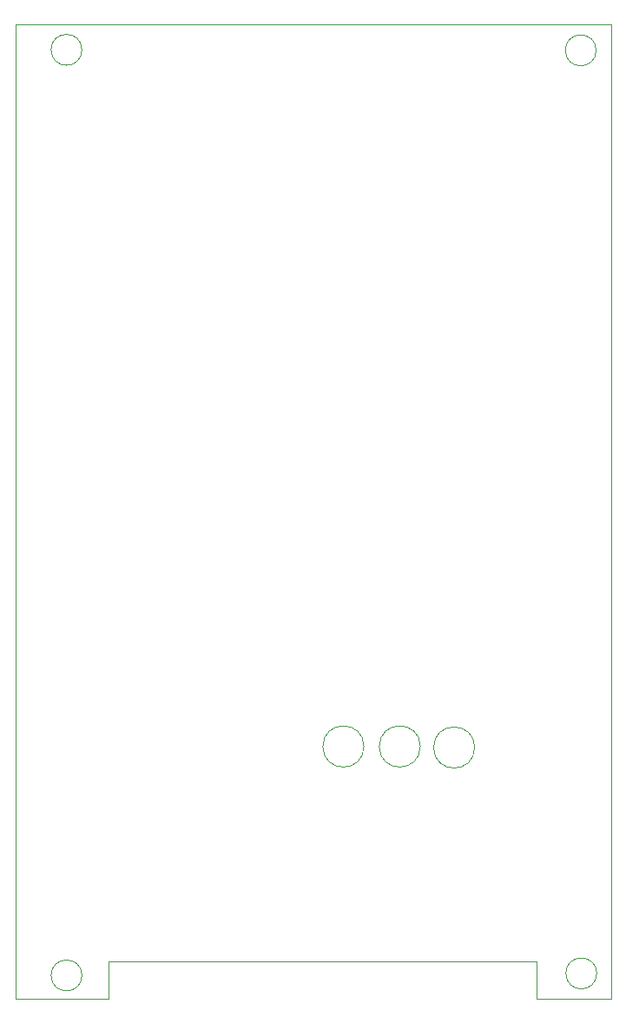
<source format=gbr>
%TF.GenerationSoftware,KiCad,Pcbnew,7.0.5*%
%TF.CreationDate,2023-06-26T04:39:28-05:00*%
%TF.ProjectId,ProyectoAPMKicadAutoroute,50726f79-6563-4746-9f41-504d4b696361,rev?*%
%TF.SameCoordinates,Original*%
%TF.FileFunction,Profile,NP*%
%FSLAX46Y46*%
G04 Gerber Fmt 4.6, Leading zero omitted, Abs format (unit mm)*
G04 Created by KiCad (PCBNEW 7.0.5) date 2023-06-26 04:39:28*
%MOMM*%
%LPD*%
G01*
G04 APERTURE LIST*
%TA.AperFunction,Profile*%
%ADD10C,0.100000*%
%TD*%
G04 APERTURE END LIST*
D10*
X127402498Y-141600000D02*
G75*
G03*
X127402498Y-141600000I-2002498J0D01*
G01*
X122102498Y-141500000D02*
G75*
G03*
X122102498Y-141500000I-2002498J0D01*
G01*
X116602498Y-141500000D02*
G75*
G03*
X116602498Y-141500000I-2002498J0D01*
G01*
X140706000Y-166105600D02*
X133400000Y-166100000D01*
X133400000Y-162400000D01*
X91700000Y-162400000D01*
X91700000Y-166100000D01*
X82620800Y-166105600D01*
X82620800Y-71165600D01*
X140706000Y-71165600D01*
X140706000Y-166105600D01*
X89103330Y-163800000D02*
G75*
G03*
X89103330Y-163800000I-1503330J0D01*
G01*
X89103330Y-73646671D02*
G75*
G03*
X89103330Y-73646671I-1503330J0D01*
G01*
X139250001Y-73700000D02*
G75*
G03*
X139250001Y-73700000I-1503330J0D01*
G01*
X139303330Y-163603329D02*
G75*
G03*
X139303330Y-163603329I-1503330J0D01*
G01*
M02*

</source>
